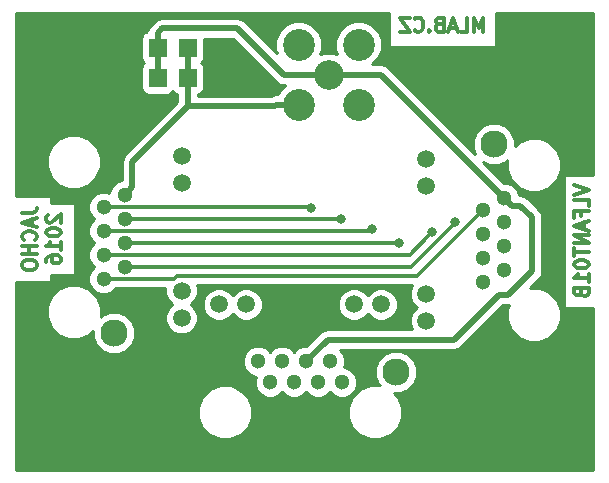
<source format=gbr>
G04 #@! TF.FileFunction,Copper,L2,Bot,Signal*
%FSLAX46Y46*%
G04 Gerber Fmt 4.6, Leading zero omitted, Abs format (unit mm)*
G04 Created by KiCad (PCBNEW no-vcs-found-undefined) date Sun Nov 13 16:32:21 2016*
%MOMM*%
%LPD*%
G01*
G04 APERTURE LIST*
%ADD10C,0.500000*%
%ADD11C,0.300000*%
%ADD12C,2.500000*%
%ADD13C,2.700000*%
%ADD14R,1.524000X1.524000*%
%ADD15C,6.000000*%
%ADD16C,2.300000*%
%ADD17C,1.300000*%
%ADD18C,1.500000*%
%ADD19C,0.800000*%
%ADD20C,0.254000*%
G04 APERTURE END LIST*
D10*
D11*
X48237857Y25062857D02*
X49437857Y24662857D01*
X48237857Y24262857D01*
X49437857Y23291428D02*
X49437857Y23862857D01*
X48237857Y23862857D01*
X48809285Y22491428D02*
X48809285Y22891428D01*
X49437857Y22891428D02*
X48237857Y22891428D01*
X48237857Y22320000D01*
X49095000Y21920000D02*
X49095000Y21348571D01*
X49437857Y22034285D02*
X48237857Y21634285D01*
X49437857Y21234285D01*
X49437857Y20834285D02*
X48237857Y20834285D01*
X49437857Y20148571D01*
X48237857Y20148571D01*
X48237857Y19748571D02*
X48237857Y19062857D01*
X49437857Y19405714D02*
X48237857Y19405714D01*
X48237857Y18434285D02*
X48237857Y18320000D01*
X48295000Y18205714D01*
X48352142Y18148571D01*
X48466428Y18091428D01*
X48695000Y18034285D01*
X48980714Y18034285D01*
X49209285Y18091428D01*
X49323571Y18148571D01*
X49380714Y18205714D01*
X49437857Y18320000D01*
X49437857Y18434285D01*
X49380714Y18548571D01*
X49323571Y18605714D01*
X49209285Y18662857D01*
X48980714Y18720000D01*
X48695000Y18720000D01*
X48466428Y18662857D01*
X48352142Y18605714D01*
X48295000Y18548571D01*
X48237857Y18434285D01*
X49437857Y16891428D02*
X49437857Y17577142D01*
X49437857Y17234285D02*
X48237857Y17234285D01*
X48409285Y17348571D01*
X48523571Y17462857D01*
X48580714Y17577142D01*
X48809285Y15977142D02*
X48866428Y15805714D01*
X48923571Y15748571D01*
X49037857Y15691428D01*
X49209285Y15691428D01*
X49323571Y15748571D01*
X49380714Y15805714D01*
X49437857Y15920000D01*
X49437857Y16377142D01*
X48237857Y16377142D01*
X48237857Y15977142D01*
X48295000Y15862857D01*
X48352142Y15805714D01*
X48466428Y15748571D01*
X48580714Y15748571D01*
X48695000Y15805714D01*
X48752142Y15862857D01*
X48809285Y15977142D01*
X48809285Y16377142D01*
X1501857Y22710500D02*
X2359000Y22710500D01*
X2530428Y22767642D01*
X2644714Y22881928D01*
X2701857Y23053357D01*
X2701857Y23167642D01*
X2359000Y22196214D02*
X2359000Y21624785D01*
X2701857Y22310500D02*
X1501857Y21910500D01*
X2701857Y21510500D01*
X2587571Y20424785D02*
X2644714Y20481928D01*
X2701857Y20653357D01*
X2701857Y20767642D01*
X2644714Y20939071D01*
X2530428Y21053357D01*
X2416142Y21110500D01*
X2187571Y21167642D01*
X2016142Y21167642D01*
X1787571Y21110500D01*
X1673285Y21053357D01*
X1559000Y20939071D01*
X1501857Y20767642D01*
X1501857Y20653357D01*
X1559000Y20481928D01*
X1616142Y20424785D01*
X2701857Y19910500D02*
X1501857Y19910500D01*
X2073285Y19910500D02*
X2073285Y19224785D01*
X2701857Y19224785D02*
X1501857Y19224785D01*
X1501857Y18424785D02*
X1501857Y18196214D01*
X1559000Y18081928D01*
X1673285Y17967642D01*
X1901857Y17910500D01*
X2301857Y17910500D01*
X2530428Y17967642D01*
X2644714Y18081928D01*
X2701857Y18196214D01*
X2701857Y18424785D01*
X2644714Y18539071D01*
X2530428Y18653357D01*
X2301857Y18710500D01*
X1901857Y18710500D01*
X1673285Y18653357D01*
X1559000Y18539071D01*
X1501857Y18424785D01*
X3648142Y22567642D02*
X3591000Y22510500D01*
X3533857Y22396214D01*
X3533857Y22110500D01*
X3591000Y21996214D01*
X3648142Y21939071D01*
X3762428Y21881928D01*
X3876714Y21881928D01*
X4048142Y21939071D01*
X4733857Y22624785D01*
X4733857Y21881928D01*
X3533857Y21139071D02*
X3533857Y21024785D01*
X3591000Y20910500D01*
X3648142Y20853357D01*
X3762428Y20796214D01*
X3991000Y20739071D01*
X4276714Y20739071D01*
X4505285Y20796214D01*
X4619571Y20853357D01*
X4676714Y20910500D01*
X4733857Y21024785D01*
X4733857Y21139071D01*
X4676714Y21253357D01*
X4619571Y21310500D01*
X4505285Y21367642D01*
X4276714Y21424785D01*
X3991000Y21424785D01*
X3762428Y21367642D01*
X3648142Y21310500D01*
X3591000Y21253357D01*
X3533857Y21139071D01*
X4733857Y19596214D02*
X4733857Y20281928D01*
X4733857Y19939071D02*
X3533857Y19939071D01*
X3705285Y20053357D01*
X3819571Y20167642D01*
X3876714Y20281928D01*
X3533857Y18567642D02*
X3533857Y18796214D01*
X3591000Y18910500D01*
X3648142Y18967642D01*
X3819571Y19081928D01*
X4048142Y19139071D01*
X4505285Y19139071D01*
X4619571Y19081928D01*
X4676714Y19024785D01*
X4733857Y18910500D01*
X4733857Y18681928D01*
X4676714Y18567642D01*
X4619571Y18510500D01*
X4505285Y18453357D01*
X4219571Y18453357D01*
X4105285Y18510500D01*
X4048142Y18567642D01*
X3991000Y18681928D01*
X3991000Y18910500D01*
X4048142Y19024785D01*
X4105285Y19081928D01*
X4219571Y19139071D01*
X40541142Y38065142D02*
X40541142Y39265142D01*
X40141142Y38408000D01*
X39741142Y39265142D01*
X39741142Y38065142D01*
X38598285Y38065142D02*
X39169714Y38065142D01*
X39169714Y39265142D01*
X38255428Y38408000D02*
X37684000Y38408000D01*
X38369714Y38065142D02*
X37969714Y39265142D01*
X37569714Y38065142D01*
X36769714Y38693714D02*
X36598285Y38636571D01*
X36541142Y38579428D01*
X36484000Y38465142D01*
X36484000Y38293714D01*
X36541142Y38179428D01*
X36598285Y38122285D01*
X36712571Y38065142D01*
X37169714Y38065142D01*
X37169714Y39265142D01*
X36769714Y39265142D01*
X36655428Y39208000D01*
X36598285Y39150857D01*
X36541142Y39036571D01*
X36541142Y38922285D01*
X36598285Y38808000D01*
X36655428Y38750857D01*
X36769714Y38693714D01*
X37169714Y38693714D01*
X35969714Y38179428D02*
X35912571Y38122285D01*
X35969714Y38065142D01*
X36026857Y38122285D01*
X35969714Y38179428D01*
X35969714Y38065142D01*
X34712571Y38179428D02*
X34769714Y38122285D01*
X34941142Y38065142D01*
X35055428Y38065142D01*
X35226857Y38122285D01*
X35341142Y38236571D01*
X35398285Y38350857D01*
X35455428Y38579428D01*
X35455428Y38750857D01*
X35398285Y38979428D01*
X35341142Y39093714D01*
X35226857Y39208000D01*
X35055428Y39265142D01*
X34941142Y39265142D01*
X34769714Y39208000D01*
X34712571Y39150857D01*
X34312571Y39265142D02*
X33512571Y39265142D01*
X34312571Y38065142D01*
X33512571Y38065142D01*
D12*
X27432000Y34417000D03*
D13*
X29972000Y31877000D03*
X24892000Y31877000D03*
X24892000Y36957000D03*
X29972000Y36957000D03*
D14*
X12954000Y34163000D03*
X12954000Y36703000D03*
X15494000Y34163000D03*
X15494000Y36703000D03*
X18034000Y34163000D03*
X18034000Y36703000D03*
D15*
X45720000Y35560000D03*
X45720000Y5080000D03*
X5080000Y35560000D03*
X5080000Y5080000D03*
D16*
X41401000Y28577000D03*
X41401000Y12317000D03*
D17*
X42291000Y17907000D03*
X42291000Y19937000D03*
X42291000Y21967000D03*
X42291000Y23997000D03*
X40511000Y16887000D03*
X40511000Y18917000D03*
X40511000Y20947000D03*
X40511000Y22977000D03*
D18*
X35691000Y27307000D03*
X35691000Y25017000D03*
X35691000Y15877000D03*
X35691000Y13587000D03*
X14982000Y27561000D03*
X14982000Y25271000D03*
X14982000Y16131000D03*
X14982000Y13841000D03*
D17*
X10162000Y18171000D03*
X10162000Y20201000D03*
X10162000Y22231000D03*
X10162000Y24261000D03*
X8382000Y17151000D03*
X8382000Y19181000D03*
X8382000Y21211000D03*
X8382000Y23241000D03*
D16*
X9272000Y28831000D03*
X9272000Y12571000D03*
X33149000Y9272000D03*
X16889000Y9272000D03*
D17*
X22479000Y8382000D03*
X24509000Y8382000D03*
X26539000Y8382000D03*
X28569000Y8382000D03*
X21459000Y10162000D03*
X23489000Y10162000D03*
X25519000Y10162000D03*
X27549000Y10162000D03*
D18*
X31879000Y14982000D03*
X29589000Y14982000D03*
X20449000Y14982000D03*
X18159000Y14982000D03*
D19*
X36194996Y21082000D03*
X31115000Y21336000D03*
X25908000Y23114000D03*
X38100000Y21971000D03*
X33401000Y20193000D03*
X28448000Y22225000D03*
D10*
X38036500Y12001500D02*
X27358500Y12001500D01*
X27358500Y12001500D02*
X25519000Y10162000D01*
X41821999Y15786999D02*
X38036500Y12001500D01*
X44640500Y17780000D02*
X42647499Y15786999D01*
X42647499Y15786999D02*
X41821999Y15786999D01*
X44640500Y22352000D02*
X44640500Y17780000D01*
X43645499Y23347001D02*
X44640500Y22352000D01*
X42291000Y23997000D02*
X42940999Y23347001D01*
X42940999Y23347001D02*
X43645499Y23347001D01*
X42291000Y23997000D02*
X31871000Y34417000D01*
X31871000Y34417000D02*
X27432000Y34417000D01*
X12954000Y34163000D02*
X12954000Y36703000D01*
X19685000Y38354000D02*
X13343000Y38354000D01*
X13343000Y38354000D02*
X12954000Y37965000D01*
X12954000Y37965000D02*
X12954000Y36703000D01*
X23622000Y34417000D02*
X19685000Y38354000D01*
X27432000Y34417000D02*
X23622000Y34417000D01*
X24892000Y31877000D02*
X22982812Y31877000D01*
X22982812Y31877000D02*
X22855812Y31750000D01*
X22855812Y31750000D02*
X15494000Y31750000D01*
X15494000Y34163000D02*
X15494000Y36703000D01*
X10811999Y27067999D02*
X15494000Y31750000D01*
X15494000Y31750000D02*
X15494000Y34163000D01*
X10162000Y24261000D02*
X10811999Y24910999D01*
X10811999Y24910999D02*
X10811999Y27067999D01*
D11*
X8382000Y17151000D02*
X14373998Y17151000D01*
X14373998Y17151000D02*
X14602999Y17380001D01*
X14602999Y17380001D02*
X34906001Y17380001D01*
X34906001Y17380001D02*
X38735000Y21209000D01*
X38735000Y21209000D02*
X38743000Y21209000D01*
X38743000Y21209000D02*
X40511000Y22977000D01*
X35794997Y20682001D02*
X36194996Y21082000D01*
X34293996Y19181000D02*
X35794997Y20682001D01*
X8382000Y19181000D02*
X34293996Y19181000D01*
X30990000Y21211000D02*
X31115000Y21336000D01*
X8382000Y21211000D02*
X30990000Y21211000D01*
X25781000Y23241000D02*
X25908000Y23114000D01*
X8382000Y23241000D02*
X25781000Y23241000D01*
X34427000Y18171000D02*
X38100000Y21844000D01*
X38100000Y21844000D02*
X38100000Y21971000D01*
X10162000Y18171000D02*
X34427000Y18171000D01*
X33393000Y20201000D02*
X33401000Y20193000D01*
X10162000Y20201000D02*
X33393000Y20201000D01*
X28442000Y22231000D02*
X28448000Y22225000D01*
X10162000Y22231000D02*
X28442000Y22231000D01*
D20*
G36*
X32556143Y36812000D02*
X41611857Y36812000D01*
X41611857Y39676000D01*
X49836000Y39676000D01*
X49836000Y25962143D01*
X47321000Y25962143D01*
X47321000Y14677857D01*
X49836000Y14677857D01*
X49836000Y964000D01*
X964000Y964000D01*
X964000Y5389479D01*
X16383604Y5389479D01*
X16730742Y4549342D01*
X17372961Y3906001D01*
X18212491Y3557397D01*
X19121521Y3556604D01*
X19961658Y3903742D01*
X20604999Y4545961D01*
X20953603Y5385491D01*
X20953606Y5389479D01*
X29083604Y5389479D01*
X29430742Y4549342D01*
X30072961Y3906001D01*
X30912491Y3557397D01*
X31821521Y3556604D01*
X32661658Y3903742D01*
X33304999Y4545961D01*
X33653603Y5385491D01*
X33654396Y6294521D01*
X33307258Y7134658D01*
X32955362Y7487169D01*
X33502501Y7486691D01*
X34158800Y7757868D01*
X34661367Y8259559D01*
X34933689Y8915384D01*
X34934309Y9625501D01*
X34663132Y10281800D01*
X34161441Y10784367D01*
X33505616Y11056689D01*
X32795499Y11057309D01*
X32139200Y10786132D01*
X31636633Y10284441D01*
X31364311Y9628616D01*
X31363691Y8918499D01*
X31634868Y8262200D01*
X31770180Y8126651D01*
X30916479Y8127396D01*
X30076342Y7780258D01*
X29433001Y7138039D01*
X29084397Y6298509D01*
X29083604Y5389479D01*
X20953606Y5389479D01*
X20954396Y6294521D01*
X20607258Y7134658D01*
X19965039Y7777999D01*
X19125509Y8126603D01*
X18216479Y8127396D01*
X17376342Y7780258D01*
X16733001Y7138039D01*
X16384397Y6298509D01*
X16383604Y5389479D01*
X964000Y5389479D01*
X964000Y13898479D01*
X3556604Y13898479D01*
X3903742Y13058342D01*
X4545961Y12415001D01*
X5385491Y12066397D01*
X6294521Y12065604D01*
X7134658Y12412742D01*
X7487169Y12764638D01*
X7486691Y12217499D01*
X7757868Y11561200D01*
X8259559Y11058633D01*
X8915384Y10786311D01*
X9625501Y10785691D01*
X10281800Y11056868D01*
X10784367Y11558559D01*
X11056689Y12214384D01*
X11057309Y12924501D01*
X10786132Y13580800D01*
X10284441Y14083367D01*
X9628616Y14355689D01*
X8918499Y14356309D01*
X8262200Y14085132D01*
X8126651Y13949820D01*
X8127396Y14803521D01*
X7780258Y15643658D01*
X7138039Y16286999D01*
X6298509Y16635603D01*
X5389479Y16636396D01*
X4549342Y16289258D01*
X3906001Y15647039D01*
X3557397Y14807509D01*
X3556604Y13898479D01*
X964000Y13898479D01*
X964000Y16896929D01*
X3955000Y16896929D01*
X3955000Y17439786D01*
X5987000Y17439786D01*
X5987000Y22986519D01*
X7096777Y22986519D01*
X7291995Y22514057D01*
X7579734Y22225814D01*
X7293265Y21939845D01*
X7097223Y21467724D01*
X7096777Y20956519D01*
X7291995Y20484057D01*
X7579734Y20195814D01*
X7293265Y19909845D01*
X7097223Y19437724D01*
X7096777Y18926519D01*
X7291995Y18454057D01*
X7579734Y18165814D01*
X7293265Y17879845D01*
X7097223Y17407724D01*
X7096777Y16896519D01*
X7291995Y16424057D01*
X7653155Y16062265D01*
X8125276Y15866223D01*
X8636481Y15865777D01*
X9108943Y16060995D01*
X9414482Y16366000D01*
X13597205Y16366000D01*
X13596760Y15856715D01*
X13807169Y15347485D01*
X14168313Y14985711D01*
X13808539Y14626564D01*
X13597241Y14117702D01*
X13596760Y13566715D01*
X13807169Y13057485D01*
X14196436Y12667539D01*
X14705298Y12456241D01*
X15256285Y12455760D01*
X15765515Y12666169D01*
X16155461Y13055436D01*
X16366759Y13564298D01*
X16367240Y14115285D01*
X16156831Y14624515D01*
X16073776Y14707715D01*
X16773760Y14707715D01*
X16984169Y14198485D01*
X17373436Y13808539D01*
X17882298Y13597241D01*
X18433285Y13596760D01*
X18942515Y13807169D01*
X19304289Y14168313D01*
X19663436Y13808539D01*
X20172298Y13597241D01*
X20723285Y13596760D01*
X21232515Y13807169D01*
X21622461Y14196436D01*
X21833759Y14705298D01*
X21833761Y14707715D01*
X28203760Y14707715D01*
X28414169Y14198485D01*
X28803436Y13808539D01*
X29312298Y13597241D01*
X29863285Y13596760D01*
X30372515Y13807169D01*
X30734289Y14168313D01*
X31093436Y13808539D01*
X31602298Y13597241D01*
X32153285Y13596760D01*
X32662515Y13807169D01*
X33052461Y14196436D01*
X33263759Y14705298D01*
X33264240Y15256285D01*
X33053831Y15765515D01*
X32664564Y16155461D01*
X32155702Y16366759D01*
X31604715Y16367240D01*
X31095485Y16156831D01*
X30733711Y15795687D01*
X30374564Y16155461D01*
X29865702Y16366759D01*
X29314715Y16367240D01*
X28805485Y16156831D01*
X28415539Y15767564D01*
X28204241Y15258702D01*
X28203760Y14707715D01*
X21833761Y14707715D01*
X21834240Y15256285D01*
X21623831Y15765515D01*
X21234564Y16155461D01*
X20725702Y16366759D01*
X20174715Y16367240D01*
X19665485Y16156831D01*
X19303711Y15795687D01*
X18944564Y16155461D01*
X18435702Y16366759D01*
X17884715Y16367240D01*
X17375485Y16156831D01*
X16985539Y15767564D01*
X16774241Y15258702D01*
X16773760Y14707715D01*
X16073776Y14707715D01*
X15795687Y14986289D01*
X16155461Y15345436D01*
X16366759Y15854298D01*
X16367240Y16405285D01*
X16288851Y16595001D01*
X34489484Y16595001D01*
X34306241Y16153702D01*
X34305760Y15602715D01*
X34516169Y15093485D01*
X34877313Y14731711D01*
X34517539Y14372564D01*
X34306241Y13863702D01*
X34305760Y13312715D01*
X34481868Y12886500D01*
X27358505Y12886500D01*
X27358500Y12886501D01*
X27076016Y12830310D01*
X27019825Y12819133D01*
X26732710Y12627290D01*
X26732708Y12627287D01*
X25552392Y11446972D01*
X25264519Y11447223D01*
X24792057Y11252005D01*
X24503814Y10964266D01*
X24217845Y11250735D01*
X23745724Y11446777D01*
X23234519Y11447223D01*
X22762057Y11252005D01*
X22473814Y10964266D01*
X22187845Y11250735D01*
X21715724Y11446777D01*
X21204519Y11447223D01*
X20732057Y11252005D01*
X20370265Y10890845D01*
X20174223Y10418724D01*
X20173777Y9907519D01*
X20368995Y9435057D01*
X20730155Y9073265D01*
X21202276Y8877223D01*
X21293224Y8877144D01*
X21194223Y8638724D01*
X21193777Y8127519D01*
X21388995Y7655057D01*
X21750155Y7293265D01*
X22222276Y7097223D01*
X22733481Y7096777D01*
X23205943Y7291995D01*
X23494186Y7579734D01*
X23780155Y7293265D01*
X24252276Y7097223D01*
X24763481Y7096777D01*
X25235943Y7291995D01*
X25524186Y7579734D01*
X25810155Y7293265D01*
X26282276Y7097223D01*
X26793481Y7096777D01*
X27265943Y7291995D01*
X27554186Y7579734D01*
X27840155Y7293265D01*
X28312276Y7097223D01*
X28823481Y7096777D01*
X29295943Y7291995D01*
X29657735Y7653155D01*
X29853777Y8125276D01*
X29854223Y8636481D01*
X29659005Y9108943D01*
X29297845Y9470735D01*
X28825724Y9666777D01*
X28734776Y9666856D01*
X28833777Y9905276D01*
X28834223Y10416481D01*
X28639005Y10888943D01*
X28411846Y11116500D01*
X38036495Y11116500D01*
X38036500Y11116499D01*
X38318984Y11172690D01*
X38375175Y11183867D01*
X38662290Y11375710D01*
X38662291Y11375711D01*
X42188578Y14901999D01*
X42647494Y14901999D01*
X42647499Y14901998D01*
X42695028Y14911452D01*
X42546397Y14553509D01*
X42545604Y13644479D01*
X42892742Y12804342D01*
X43534961Y12161001D01*
X44374491Y11812397D01*
X45283521Y11811604D01*
X46123658Y12158742D01*
X46766999Y12800961D01*
X47115603Y13640491D01*
X47116396Y14549521D01*
X46769258Y15389658D01*
X46127039Y16032999D01*
X45287509Y16381603D01*
X44494374Y16382295D01*
X45266287Y17154208D01*
X45266290Y17154210D01*
X45458133Y17441325D01*
X45492469Y17613943D01*
X45525501Y17780000D01*
X45525500Y17780005D01*
X45525500Y22351995D01*
X45525501Y22352000D01*
X45460934Y22676594D01*
X45458133Y22690675D01*
X45266290Y22977790D01*
X45266287Y22977792D01*
X44271289Y23972791D01*
X44191657Y24025999D01*
X43984174Y24164634D01*
X43927983Y24175811D01*
X43645499Y24232002D01*
X43645494Y24232001D01*
X43576206Y24232001D01*
X43576223Y24251481D01*
X43381005Y24723943D01*
X43019845Y25085735D01*
X42547724Y25281777D01*
X42257549Y25282030D01*
X40536289Y27003290D01*
X41044384Y26792311D01*
X41754501Y26791691D01*
X42410800Y27062868D01*
X42546349Y27198180D01*
X42545604Y26344479D01*
X42892742Y25504342D01*
X43534961Y24861001D01*
X44374491Y24512397D01*
X45283521Y24511604D01*
X46123658Y24858742D01*
X46766999Y25500961D01*
X47115603Y26340491D01*
X47116396Y27249521D01*
X46769258Y28089658D01*
X46127039Y28732999D01*
X45287509Y29081603D01*
X44378479Y29082396D01*
X43538342Y28735258D01*
X43185831Y28383362D01*
X43186309Y28930501D01*
X42915132Y29586800D01*
X42413441Y30089367D01*
X41757616Y30361689D01*
X41047499Y30362309D01*
X40391200Y30091132D01*
X39888633Y29589441D01*
X39616311Y28933616D01*
X39615691Y28223499D01*
X39826657Y27712923D01*
X32496790Y35042790D01*
X32488993Y35048000D01*
X32209675Y35234633D01*
X32153484Y35245810D01*
X31871000Y35302001D01*
X31870995Y35302000D01*
X31123775Y35302000D01*
X31653819Y35831120D01*
X31956654Y36560427D01*
X31957343Y37350109D01*
X31655782Y38079943D01*
X31097880Y38638819D01*
X30368573Y38941654D01*
X29578891Y38942343D01*
X28849057Y38640782D01*
X28290181Y38082880D01*
X27987346Y37353573D01*
X27986657Y36563891D01*
X28154320Y36158114D01*
X27808595Y36301672D01*
X27058695Y36302326D01*
X26709583Y36158076D01*
X26876654Y36560427D01*
X26877343Y37350109D01*
X26575782Y38079943D01*
X26017880Y38638819D01*
X25288573Y38941654D01*
X24498891Y38942343D01*
X23769057Y38640782D01*
X23210181Y38082880D01*
X22907346Y37353573D01*
X22906657Y36563891D01*
X23033379Y36257200D01*
X20310790Y38979790D01*
X20023675Y39171633D01*
X19967484Y39182810D01*
X19685000Y39239001D01*
X19684995Y39239000D01*
X13343005Y39239000D01*
X13343000Y39239001D01*
X13004325Y39171633D01*
X12717210Y38979790D01*
X12717208Y38979787D01*
X12328210Y38590790D01*
X12136367Y38303675D01*
X12136367Y38303674D01*
X12094468Y38093040D01*
X11944235Y38063157D01*
X11734191Y37922809D01*
X11593843Y37712765D01*
X11544560Y37465000D01*
X11544560Y35941000D01*
X11593843Y35693235D01*
X11734191Y35483191D01*
X11809307Y35433000D01*
X11734191Y35382809D01*
X11593843Y35172765D01*
X11544560Y34925000D01*
X11544560Y33401000D01*
X11593843Y33153235D01*
X11734191Y32943191D01*
X11944235Y32802843D01*
X12192000Y32753560D01*
X13716000Y32753560D01*
X13963765Y32802843D01*
X14173809Y32943191D01*
X14224000Y33018307D01*
X14274191Y32943191D01*
X14484235Y32802843D01*
X14609000Y32778026D01*
X14609000Y32116579D01*
X10186209Y27693789D01*
X9994366Y27406674D01*
X9994366Y27406673D01*
X9926998Y27067999D01*
X9926999Y27067994D01*
X9926999Y25546206D01*
X9907519Y25546223D01*
X9435057Y25351005D01*
X9073265Y24989845D01*
X8877223Y24517724D01*
X8877144Y24426776D01*
X8638724Y24525777D01*
X8127519Y24526223D01*
X7655057Y24331005D01*
X7293265Y23969845D01*
X7097223Y23497724D01*
X7096777Y22986519D01*
X5987000Y22986519D01*
X5987000Y23581215D01*
X3955000Y23581215D01*
X3955000Y24124072D01*
X964000Y24124072D01*
X964000Y26598479D01*
X3556604Y26598479D01*
X3903742Y25758342D01*
X4545961Y25115001D01*
X5385491Y24766397D01*
X6294521Y24765604D01*
X7134658Y25112742D01*
X7777999Y25754961D01*
X8126603Y26594491D01*
X8127396Y27503521D01*
X7780258Y28343658D01*
X7138039Y28986999D01*
X6298509Y29335603D01*
X5389479Y29336396D01*
X4549342Y28989258D01*
X3906001Y28347039D01*
X3557397Y27507509D01*
X3556604Y26598479D01*
X964000Y26598479D01*
X964000Y39676000D01*
X32556143Y39676000D01*
X32556143Y36812000D01*
X32556143Y36812000D01*
G37*
X32556143Y36812000D02*
X41611857Y36812000D01*
X41611857Y39676000D01*
X49836000Y39676000D01*
X49836000Y25962143D01*
X47321000Y25962143D01*
X47321000Y14677857D01*
X49836000Y14677857D01*
X49836000Y964000D01*
X964000Y964000D01*
X964000Y5389479D01*
X16383604Y5389479D01*
X16730742Y4549342D01*
X17372961Y3906001D01*
X18212491Y3557397D01*
X19121521Y3556604D01*
X19961658Y3903742D01*
X20604999Y4545961D01*
X20953603Y5385491D01*
X20953606Y5389479D01*
X29083604Y5389479D01*
X29430742Y4549342D01*
X30072961Y3906001D01*
X30912491Y3557397D01*
X31821521Y3556604D01*
X32661658Y3903742D01*
X33304999Y4545961D01*
X33653603Y5385491D01*
X33654396Y6294521D01*
X33307258Y7134658D01*
X32955362Y7487169D01*
X33502501Y7486691D01*
X34158800Y7757868D01*
X34661367Y8259559D01*
X34933689Y8915384D01*
X34934309Y9625501D01*
X34663132Y10281800D01*
X34161441Y10784367D01*
X33505616Y11056689D01*
X32795499Y11057309D01*
X32139200Y10786132D01*
X31636633Y10284441D01*
X31364311Y9628616D01*
X31363691Y8918499D01*
X31634868Y8262200D01*
X31770180Y8126651D01*
X30916479Y8127396D01*
X30076342Y7780258D01*
X29433001Y7138039D01*
X29084397Y6298509D01*
X29083604Y5389479D01*
X20953606Y5389479D01*
X20954396Y6294521D01*
X20607258Y7134658D01*
X19965039Y7777999D01*
X19125509Y8126603D01*
X18216479Y8127396D01*
X17376342Y7780258D01*
X16733001Y7138039D01*
X16384397Y6298509D01*
X16383604Y5389479D01*
X964000Y5389479D01*
X964000Y13898479D01*
X3556604Y13898479D01*
X3903742Y13058342D01*
X4545961Y12415001D01*
X5385491Y12066397D01*
X6294521Y12065604D01*
X7134658Y12412742D01*
X7487169Y12764638D01*
X7486691Y12217499D01*
X7757868Y11561200D01*
X8259559Y11058633D01*
X8915384Y10786311D01*
X9625501Y10785691D01*
X10281800Y11056868D01*
X10784367Y11558559D01*
X11056689Y12214384D01*
X11057309Y12924501D01*
X10786132Y13580800D01*
X10284441Y14083367D01*
X9628616Y14355689D01*
X8918499Y14356309D01*
X8262200Y14085132D01*
X8126651Y13949820D01*
X8127396Y14803521D01*
X7780258Y15643658D01*
X7138039Y16286999D01*
X6298509Y16635603D01*
X5389479Y16636396D01*
X4549342Y16289258D01*
X3906001Y15647039D01*
X3557397Y14807509D01*
X3556604Y13898479D01*
X964000Y13898479D01*
X964000Y16896929D01*
X3955000Y16896929D01*
X3955000Y17439786D01*
X5987000Y17439786D01*
X5987000Y22986519D01*
X7096777Y22986519D01*
X7291995Y22514057D01*
X7579734Y22225814D01*
X7293265Y21939845D01*
X7097223Y21467724D01*
X7096777Y20956519D01*
X7291995Y20484057D01*
X7579734Y20195814D01*
X7293265Y19909845D01*
X7097223Y19437724D01*
X7096777Y18926519D01*
X7291995Y18454057D01*
X7579734Y18165814D01*
X7293265Y17879845D01*
X7097223Y17407724D01*
X7096777Y16896519D01*
X7291995Y16424057D01*
X7653155Y16062265D01*
X8125276Y15866223D01*
X8636481Y15865777D01*
X9108943Y16060995D01*
X9414482Y16366000D01*
X13597205Y16366000D01*
X13596760Y15856715D01*
X13807169Y15347485D01*
X14168313Y14985711D01*
X13808539Y14626564D01*
X13597241Y14117702D01*
X13596760Y13566715D01*
X13807169Y13057485D01*
X14196436Y12667539D01*
X14705298Y12456241D01*
X15256285Y12455760D01*
X15765515Y12666169D01*
X16155461Y13055436D01*
X16366759Y13564298D01*
X16367240Y14115285D01*
X16156831Y14624515D01*
X16073776Y14707715D01*
X16773760Y14707715D01*
X16984169Y14198485D01*
X17373436Y13808539D01*
X17882298Y13597241D01*
X18433285Y13596760D01*
X18942515Y13807169D01*
X19304289Y14168313D01*
X19663436Y13808539D01*
X20172298Y13597241D01*
X20723285Y13596760D01*
X21232515Y13807169D01*
X21622461Y14196436D01*
X21833759Y14705298D01*
X21833761Y14707715D01*
X28203760Y14707715D01*
X28414169Y14198485D01*
X28803436Y13808539D01*
X29312298Y13597241D01*
X29863285Y13596760D01*
X30372515Y13807169D01*
X30734289Y14168313D01*
X31093436Y13808539D01*
X31602298Y13597241D01*
X32153285Y13596760D01*
X32662515Y13807169D01*
X33052461Y14196436D01*
X33263759Y14705298D01*
X33264240Y15256285D01*
X33053831Y15765515D01*
X32664564Y16155461D01*
X32155702Y16366759D01*
X31604715Y16367240D01*
X31095485Y16156831D01*
X30733711Y15795687D01*
X30374564Y16155461D01*
X29865702Y16366759D01*
X29314715Y16367240D01*
X28805485Y16156831D01*
X28415539Y15767564D01*
X28204241Y15258702D01*
X28203760Y14707715D01*
X21833761Y14707715D01*
X21834240Y15256285D01*
X21623831Y15765515D01*
X21234564Y16155461D01*
X20725702Y16366759D01*
X20174715Y16367240D01*
X19665485Y16156831D01*
X19303711Y15795687D01*
X18944564Y16155461D01*
X18435702Y16366759D01*
X17884715Y16367240D01*
X17375485Y16156831D01*
X16985539Y15767564D01*
X16774241Y15258702D01*
X16773760Y14707715D01*
X16073776Y14707715D01*
X15795687Y14986289D01*
X16155461Y15345436D01*
X16366759Y15854298D01*
X16367240Y16405285D01*
X16288851Y16595001D01*
X34489484Y16595001D01*
X34306241Y16153702D01*
X34305760Y15602715D01*
X34516169Y15093485D01*
X34877313Y14731711D01*
X34517539Y14372564D01*
X34306241Y13863702D01*
X34305760Y13312715D01*
X34481868Y12886500D01*
X27358505Y12886500D01*
X27358500Y12886501D01*
X27076016Y12830310D01*
X27019825Y12819133D01*
X26732710Y12627290D01*
X26732708Y12627287D01*
X25552392Y11446972D01*
X25264519Y11447223D01*
X24792057Y11252005D01*
X24503814Y10964266D01*
X24217845Y11250735D01*
X23745724Y11446777D01*
X23234519Y11447223D01*
X22762057Y11252005D01*
X22473814Y10964266D01*
X22187845Y11250735D01*
X21715724Y11446777D01*
X21204519Y11447223D01*
X20732057Y11252005D01*
X20370265Y10890845D01*
X20174223Y10418724D01*
X20173777Y9907519D01*
X20368995Y9435057D01*
X20730155Y9073265D01*
X21202276Y8877223D01*
X21293224Y8877144D01*
X21194223Y8638724D01*
X21193777Y8127519D01*
X21388995Y7655057D01*
X21750155Y7293265D01*
X22222276Y7097223D01*
X22733481Y7096777D01*
X23205943Y7291995D01*
X23494186Y7579734D01*
X23780155Y7293265D01*
X24252276Y7097223D01*
X24763481Y7096777D01*
X25235943Y7291995D01*
X25524186Y7579734D01*
X25810155Y7293265D01*
X26282276Y7097223D01*
X26793481Y7096777D01*
X27265943Y7291995D01*
X27554186Y7579734D01*
X27840155Y7293265D01*
X28312276Y7097223D01*
X28823481Y7096777D01*
X29295943Y7291995D01*
X29657735Y7653155D01*
X29853777Y8125276D01*
X29854223Y8636481D01*
X29659005Y9108943D01*
X29297845Y9470735D01*
X28825724Y9666777D01*
X28734776Y9666856D01*
X28833777Y9905276D01*
X28834223Y10416481D01*
X28639005Y10888943D01*
X28411846Y11116500D01*
X38036495Y11116500D01*
X38036500Y11116499D01*
X38318984Y11172690D01*
X38375175Y11183867D01*
X38662290Y11375710D01*
X38662291Y11375711D01*
X42188578Y14901999D01*
X42647494Y14901999D01*
X42647499Y14901998D01*
X42695028Y14911452D01*
X42546397Y14553509D01*
X42545604Y13644479D01*
X42892742Y12804342D01*
X43534961Y12161001D01*
X44374491Y11812397D01*
X45283521Y11811604D01*
X46123658Y12158742D01*
X46766999Y12800961D01*
X47115603Y13640491D01*
X47116396Y14549521D01*
X46769258Y15389658D01*
X46127039Y16032999D01*
X45287509Y16381603D01*
X44494374Y16382295D01*
X45266287Y17154208D01*
X45266290Y17154210D01*
X45458133Y17441325D01*
X45492469Y17613943D01*
X45525501Y17780000D01*
X45525500Y17780005D01*
X45525500Y22351995D01*
X45525501Y22352000D01*
X45460934Y22676594D01*
X45458133Y22690675D01*
X45266290Y22977790D01*
X45266287Y22977792D01*
X44271289Y23972791D01*
X44191657Y24025999D01*
X43984174Y24164634D01*
X43927983Y24175811D01*
X43645499Y24232002D01*
X43645494Y24232001D01*
X43576206Y24232001D01*
X43576223Y24251481D01*
X43381005Y24723943D01*
X43019845Y25085735D01*
X42547724Y25281777D01*
X42257549Y25282030D01*
X40536289Y27003290D01*
X41044384Y26792311D01*
X41754501Y26791691D01*
X42410800Y27062868D01*
X42546349Y27198180D01*
X42545604Y26344479D01*
X42892742Y25504342D01*
X43534961Y24861001D01*
X44374491Y24512397D01*
X45283521Y24511604D01*
X46123658Y24858742D01*
X46766999Y25500961D01*
X47115603Y26340491D01*
X47116396Y27249521D01*
X46769258Y28089658D01*
X46127039Y28732999D01*
X45287509Y29081603D01*
X44378479Y29082396D01*
X43538342Y28735258D01*
X43185831Y28383362D01*
X43186309Y28930501D01*
X42915132Y29586800D01*
X42413441Y30089367D01*
X41757616Y30361689D01*
X41047499Y30362309D01*
X40391200Y30091132D01*
X39888633Y29589441D01*
X39616311Y28933616D01*
X39615691Y28223499D01*
X39826657Y27712923D01*
X32496790Y35042790D01*
X32488993Y35048000D01*
X32209675Y35234633D01*
X32153484Y35245810D01*
X31871000Y35302001D01*
X31870995Y35302000D01*
X31123775Y35302000D01*
X31653819Y35831120D01*
X31956654Y36560427D01*
X31957343Y37350109D01*
X31655782Y38079943D01*
X31097880Y38638819D01*
X30368573Y38941654D01*
X29578891Y38942343D01*
X28849057Y38640782D01*
X28290181Y38082880D01*
X27987346Y37353573D01*
X27986657Y36563891D01*
X28154320Y36158114D01*
X27808595Y36301672D01*
X27058695Y36302326D01*
X26709583Y36158076D01*
X26876654Y36560427D01*
X26877343Y37350109D01*
X26575782Y38079943D01*
X26017880Y38638819D01*
X25288573Y38941654D01*
X24498891Y38942343D01*
X23769057Y38640782D01*
X23210181Y38082880D01*
X22907346Y37353573D01*
X22906657Y36563891D01*
X23033379Y36257200D01*
X20310790Y38979790D01*
X20023675Y39171633D01*
X19967484Y39182810D01*
X19685000Y39239001D01*
X19684995Y39239000D01*
X13343005Y39239000D01*
X13343000Y39239001D01*
X13004325Y39171633D01*
X12717210Y38979790D01*
X12717208Y38979787D01*
X12328210Y38590790D01*
X12136367Y38303675D01*
X12136367Y38303674D01*
X12094468Y38093040D01*
X11944235Y38063157D01*
X11734191Y37922809D01*
X11593843Y37712765D01*
X11544560Y37465000D01*
X11544560Y35941000D01*
X11593843Y35693235D01*
X11734191Y35483191D01*
X11809307Y35433000D01*
X11734191Y35382809D01*
X11593843Y35172765D01*
X11544560Y34925000D01*
X11544560Y33401000D01*
X11593843Y33153235D01*
X11734191Y32943191D01*
X11944235Y32802843D01*
X12192000Y32753560D01*
X13716000Y32753560D01*
X13963765Y32802843D01*
X14173809Y32943191D01*
X14224000Y33018307D01*
X14274191Y32943191D01*
X14484235Y32802843D01*
X14609000Y32778026D01*
X14609000Y32116579D01*
X10186209Y27693789D01*
X9994366Y27406674D01*
X9994366Y27406673D01*
X9926998Y27067999D01*
X9926999Y27067994D01*
X9926999Y25546206D01*
X9907519Y25546223D01*
X9435057Y25351005D01*
X9073265Y24989845D01*
X8877223Y24517724D01*
X8877144Y24426776D01*
X8638724Y24525777D01*
X8127519Y24526223D01*
X7655057Y24331005D01*
X7293265Y23969845D01*
X7097223Y23497724D01*
X7096777Y22986519D01*
X5987000Y22986519D01*
X5987000Y23581215D01*
X3955000Y23581215D01*
X3955000Y24124072D01*
X964000Y24124072D01*
X964000Y26598479D01*
X3556604Y26598479D01*
X3903742Y25758342D01*
X4545961Y25115001D01*
X5385491Y24766397D01*
X6294521Y24765604D01*
X7134658Y25112742D01*
X7777999Y25754961D01*
X8126603Y26594491D01*
X8127396Y27503521D01*
X7780258Y28343658D01*
X7138039Y28986999D01*
X6298509Y29335603D01*
X5389479Y29336396D01*
X4549342Y28989258D01*
X3906001Y28347039D01*
X3557397Y27507509D01*
X3556604Y26598479D01*
X964000Y26598479D01*
X964000Y39676000D01*
X32556143Y39676000D01*
X32556143Y36812000D01*
G36*
X22996208Y33791213D02*
X22996210Y33791210D01*
X23283325Y33599367D01*
X23339516Y33588190D01*
X23622000Y33531999D01*
X23622005Y33532000D01*
X23740225Y33532000D01*
X23210181Y33002880D01*
X23110159Y32762000D01*
X22982817Y32762000D01*
X22982812Y32762001D01*
X22644137Y32694633D01*
X22554889Y32635000D01*
X16379000Y32635000D01*
X16379000Y32778026D01*
X16503765Y32802843D01*
X16713809Y32943191D01*
X16854157Y33153235D01*
X16903440Y33401000D01*
X16903440Y34925000D01*
X16854157Y35172765D01*
X16713809Y35382809D01*
X16638693Y35433000D01*
X16713809Y35483191D01*
X16854157Y35693235D01*
X16903440Y35941000D01*
X16903440Y37465000D01*
X16902644Y37469000D01*
X19318420Y37469000D01*
X22996208Y33791213D01*
X22996208Y33791213D01*
G37*
X22996208Y33791213D02*
X22996210Y33791210D01*
X23283325Y33599367D01*
X23339516Y33588190D01*
X23622000Y33531999D01*
X23622005Y33532000D01*
X23740225Y33532000D01*
X23210181Y33002880D01*
X23110159Y32762000D01*
X22982817Y32762000D01*
X22982812Y32762001D01*
X22644137Y32694633D01*
X22554889Y32635000D01*
X16379000Y32635000D01*
X16379000Y32778026D01*
X16503765Y32802843D01*
X16713809Y32943191D01*
X16854157Y33153235D01*
X16903440Y33401000D01*
X16903440Y34925000D01*
X16854157Y35172765D01*
X16713809Y35382809D01*
X16638693Y35433000D01*
X16713809Y35483191D01*
X16854157Y35693235D01*
X16903440Y35941000D01*
X16903440Y37465000D01*
X16902644Y37469000D01*
X19318420Y37469000D01*
X22996208Y33791213D01*
M02*

</source>
